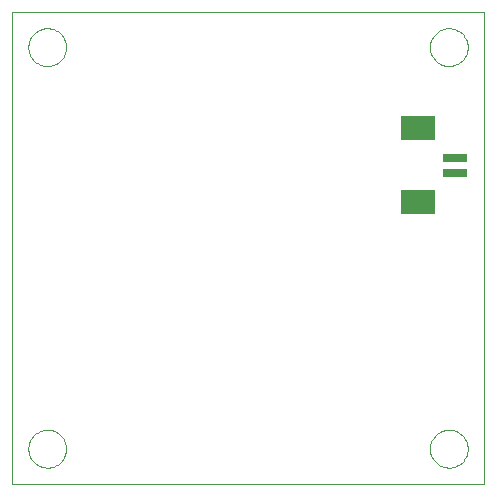
<source format=gbp>
G75*
%MOIN*%
%OFA0B0*%
%FSLAX24Y24*%
%IPPOS*%
%LPD*%
%AMOC8*
5,1,8,0,0,1.08239X$1,22.5*
%
%ADD10C,0.0000*%
%ADD11R,0.0787X0.0315*%
%ADD12R,0.1181X0.0827*%
D10*
X001361Y001361D02*
X001361Y017109D01*
X017109Y017109D01*
X017109Y001361D01*
X001361Y001361D01*
X001912Y002542D02*
X001914Y002592D01*
X001920Y002642D01*
X001930Y002691D01*
X001944Y002739D01*
X001961Y002786D01*
X001982Y002831D01*
X002007Y002875D01*
X002035Y002916D01*
X002067Y002955D01*
X002101Y002992D01*
X002138Y003026D01*
X002178Y003056D01*
X002220Y003083D01*
X002264Y003107D01*
X002310Y003128D01*
X002357Y003144D01*
X002405Y003157D01*
X002455Y003166D01*
X002504Y003171D01*
X002555Y003172D01*
X002605Y003169D01*
X002654Y003162D01*
X002703Y003151D01*
X002751Y003136D01*
X002797Y003118D01*
X002842Y003096D01*
X002885Y003070D01*
X002926Y003041D01*
X002965Y003009D01*
X003001Y002974D01*
X003033Y002936D01*
X003063Y002896D01*
X003090Y002853D01*
X003113Y002809D01*
X003132Y002763D01*
X003148Y002715D01*
X003160Y002666D01*
X003168Y002617D01*
X003172Y002567D01*
X003172Y002517D01*
X003168Y002467D01*
X003160Y002418D01*
X003148Y002369D01*
X003132Y002321D01*
X003113Y002275D01*
X003090Y002231D01*
X003063Y002188D01*
X003033Y002148D01*
X003001Y002110D01*
X002965Y002075D01*
X002926Y002043D01*
X002885Y002014D01*
X002842Y001988D01*
X002797Y001966D01*
X002751Y001948D01*
X002703Y001933D01*
X002654Y001922D01*
X002605Y001915D01*
X002555Y001912D01*
X002504Y001913D01*
X002455Y001918D01*
X002405Y001927D01*
X002357Y001940D01*
X002310Y001956D01*
X002264Y001977D01*
X002220Y002001D01*
X002178Y002028D01*
X002138Y002058D01*
X002101Y002092D01*
X002067Y002129D01*
X002035Y002168D01*
X002007Y002209D01*
X001982Y002253D01*
X001961Y002298D01*
X001944Y002345D01*
X001930Y002393D01*
X001920Y002442D01*
X001914Y002492D01*
X001912Y002542D01*
X001912Y015928D02*
X001914Y015978D01*
X001920Y016028D01*
X001930Y016077D01*
X001944Y016125D01*
X001961Y016172D01*
X001982Y016217D01*
X002007Y016261D01*
X002035Y016302D01*
X002067Y016341D01*
X002101Y016378D01*
X002138Y016412D01*
X002178Y016442D01*
X002220Y016469D01*
X002264Y016493D01*
X002310Y016514D01*
X002357Y016530D01*
X002405Y016543D01*
X002455Y016552D01*
X002504Y016557D01*
X002555Y016558D01*
X002605Y016555D01*
X002654Y016548D01*
X002703Y016537D01*
X002751Y016522D01*
X002797Y016504D01*
X002842Y016482D01*
X002885Y016456D01*
X002926Y016427D01*
X002965Y016395D01*
X003001Y016360D01*
X003033Y016322D01*
X003063Y016282D01*
X003090Y016239D01*
X003113Y016195D01*
X003132Y016149D01*
X003148Y016101D01*
X003160Y016052D01*
X003168Y016003D01*
X003172Y015953D01*
X003172Y015903D01*
X003168Y015853D01*
X003160Y015804D01*
X003148Y015755D01*
X003132Y015707D01*
X003113Y015661D01*
X003090Y015617D01*
X003063Y015574D01*
X003033Y015534D01*
X003001Y015496D01*
X002965Y015461D01*
X002926Y015429D01*
X002885Y015400D01*
X002842Y015374D01*
X002797Y015352D01*
X002751Y015334D01*
X002703Y015319D01*
X002654Y015308D01*
X002605Y015301D01*
X002555Y015298D01*
X002504Y015299D01*
X002455Y015304D01*
X002405Y015313D01*
X002357Y015326D01*
X002310Y015342D01*
X002264Y015363D01*
X002220Y015387D01*
X002178Y015414D01*
X002138Y015444D01*
X002101Y015478D01*
X002067Y015515D01*
X002035Y015554D01*
X002007Y015595D01*
X001982Y015639D01*
X001961Y015684D01*
X001944Y015731D01*
X001930Y015779D01*
X001920Y015828D01*
X001914Y015878D01*
X001912Y015928D01*
X015298Y015928D02*
X015300Y015978D01*
X015306Y016028D01*
X015316Y016077D01*
X015330Y016125D01*
X015347Y016172D01*
X015368Y016217D01*
X015393Y016261D01*
X015421Y016302D01*
X015453Y016341D01*
X015487Y016378D01*
X015524Y016412D01*
X015564Y016442D01*
X015606Y016469D01*
X015650Y016493D01*
X015696Y016514D01*
X015743Y016530D01*
X015791Y016543D01*
X015841Y016552D01*
X015890Y016557D01*
X015941Y016558D01*
X015991Y016555D01*
X016040Y016548D01*
X016089Y016537D01*
X016137Y016522D01*
X016183Y016504D01*
X016228Y016482D01*
X016271Y016456D01*
X016312Y016427D01*
X016351Y016395D01*
X016387Y016360D01*
X016419Y016322D01*
X016449Y016282D01*
X016476Y016239D01*
X016499Y016195D01*
X016518Y016149D01*
X016534Y016101D01*
X016546Y016052D01*
X016554Y016003D01*
X016558Y015953D01*
X016558Y015903D01*
X016554Y015853D01*
X016546Y015804D01*
X016534Y015755D01*
X016518Y015707D01*
X016499Y015661D01*
X016476Y015617D01*
X016449Y015574D01*
X016419Y015534D01*
X016387Y015496D01*
X016351Y015461D01*
X016312Y015429D01*
X016271Y015400D01*
X016228Y015374D01*
X016183Y015352D01*
X016137Y015334D01*
X016089Y015319D01*
X016040Y015308D01*
X015991Y015301D01*
X015941Y015298D01*
X015890Y015299D01*
X015841Y015304D01*
X015791Y015313D01*
X015743Y015326D01*
X015696Y015342D01*
X015650Y015363D01*
X015606Y015387D01*
X015564Y015414D01*
X015524Y015444D01*
X015487Y015478D01*
X015453Y015515D01*
X015421Y015554D01*
X015393Y015595D01*
X015368Y015639D01*
X015347Y015684D01*
X015330Y015731D01*
X015316Y015779D01*
X015306Y015828D01*
X015300Y015878D01*
X015298Y015928D01*
X015298Y002542D02*
X015300Y002592D01*
X015306Y002642D01*
X015316Y002691D01*
X015330Y002739D01*
X015347Y002786D01*
X015368Y002831D01*
X015393Y002875D01*
X015421Y002916D01*
X015453Y002955D01*
X015487Y002992D01*
X015524Y003026D01*
X015564Y003056D01*
X015606Y003083D01*
X015650Y003107D01*
X015696Y003128D01*
X015743Y003144D01*
X015791Y003157D01*
X015841Y003166D01*
X015890Y003171D01*
X015941Y003172D01*
X015991Y003169D01*
X016040Y003162D01*
X016089Y003151D01*
X016137Y003136D01*
X016183Y003118D01*
X016228Y003096D01*
X016271Y003070D01*
X016312Y003041D01*
X016351Y003009D01*
X016387Y002974D01*
X016419Y002936D01*
X016449Y002896D01*
X016476Y002853D01*
X016499Y002809D01*
X016518Y002763D01*
X016534Y002715D01*
X016546Y002666D01*
X016554Y002617D01*
X016558Y002567D01*
X016558Y002517D01*
X016554Y002467D01*
X016546Y002418D01*
X016534Y002369D01*
X016518Y002321D01*
X016499Y002275D01*
X016476Y002231D01*
X016449Y002188D01*
X016419Y002148D01*
X016387Y002110D01*
X016351Y002075D01*
X016312Y002043D01*
X016271Y002014D01*
X016228Y001988D01*
X016183Y001966D01*
X016137Y001948D01*
X016089Y001933D01*
X016040Y001922D01*
X015991Y001915D01*
X015941Y001912D01*
X015890Y001913D01*
X015841Y001918D01*
X015791Y001927D01*
X015743Y001940D01*
X015696Y001956D01*
X015650Y001977D01*
X015606Y002001D01*
X015564Y002028D01*
X015524Y002058D01*
X015487Y002092D01*
X015453Y002129D01*
X015421Y002168D01*
X015393Y002209D01*
X015368Y002253D01*
X015347Y002298D01*
X015330Y002345D01*
X015316Y002393D01*
X015306Y002442D01*
X015300Y002492D01*
X015298Y002542D01*
D11*
X016125Y011745D03*
X016125Y012237D03*
D12*
X014895Y013221D03*
X014895Y010761D03*
M02*

</source>
